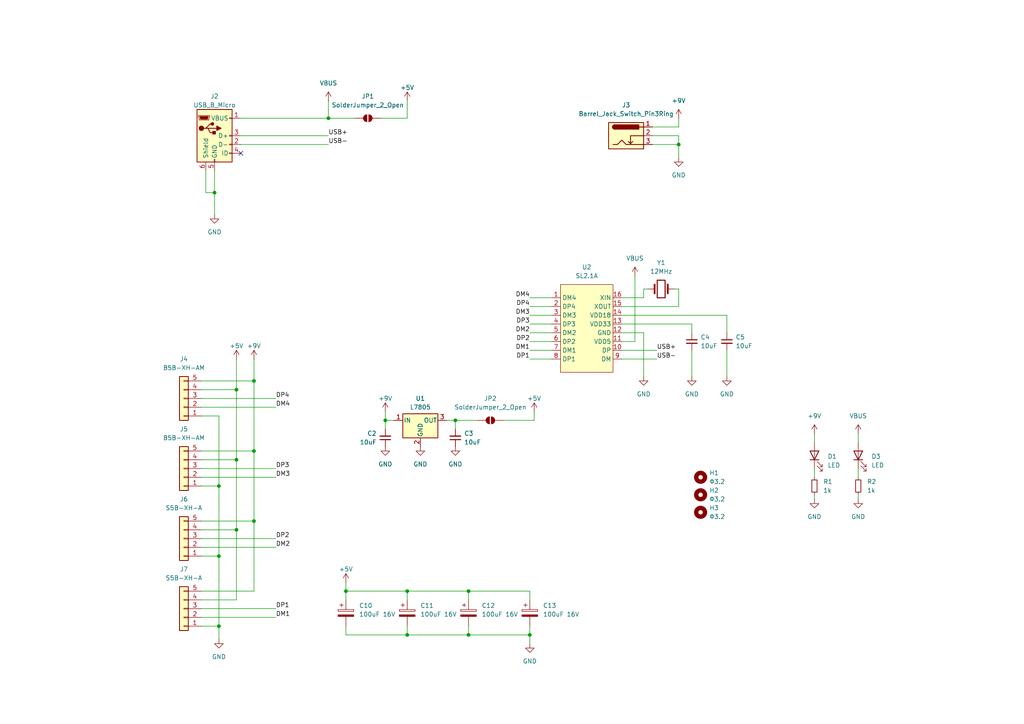
<source format=kicad_sch>
(kicad_sch (version 20231120) (generator "eeschema") (generator_version "8.0")
  (paper "A4")
  (lib_symbols
    (symbol "Arduino_Motor_Driver:SL2.1A"
      (property "Reference" "U" (at 0 -3.81 0))
      (symbol "SL2.1A_1_1"
        (rectangle (start -7.62 12.7) (end 7.62 -12.7) (fill (type background)))
        (pin input line (at -10.16 8.89 0) (length 2.54) (name "DM4") (number "1"))
        (pin input line (at 10.16 -6.35 180) (length 2.54) (name "DP") (number "10"))
        (pin input line (at 10.16 -3.81 180) (length 2.54) (name "VDD5") (number "11"))
        (pin input line (at 10.16 -1.27 180) (length 2.54) (name "GND") (number "12"))
        (pin input line (at 10.16 1.27 180) (length 2.54) (name "VDD33") (number "13"))
        (pin input line (at 10.16 3.81 180) (length 2.54) (name "VDD18") (number "14"))
        (pin input line (at 10.16 6.35 180) (length 2.54) (name "XOUT") (number "15"))
        (pin input line (at 10.16 8.89 180) (length 2.54) (name "XIN") (number "16"))
        (pin input line (at -10.16 6.35 0) (length 2.54) (name "DP4") (number "2"))
        (pin input line (at -10.16 3.81 0) (length 2.54) (name "DM3") (number "3"))
        (pin input line (at -10.16 1.27 0) (length 2.54) (name "DP3") (number "4"))
        (pin input line (at -10.16 -1.27 0) (length 2.54) (name "DM2") (number "5"))
        (pin input line (at -10.16 -3.81 0) (length 2.54) (name "DP2") (number "6"))
        (pin input line (at -10.16 -6.35 0) (length 2.54) (name "DM1") (number "7"))
        (pin input line (at -10.16 -8.89 0) (length 2.54) (name "DP1") (number "8"))
        (pin input line (at 10.16 -8.89 180) (length 2.54) (name "DM") (number "9"))
      )
    )
    (symbol "Connector:Barrel_Jack_Switch_Pin3Ring" (pin_names hide)
      (property "Reference" "J" (at 0 5.334 0))
      (property "Value" "Barrel_Jack_Switch_Pin3Ring" (at 0 -5.08 0))
      (symbol "Barrel_Jack_Switch_Pin3Ring_0_1"
        (rectangle (start -5.08 3.81) (end 5.08 -3.81) (stroke (width 0.254)) (fill (type background)))
        (arc (start -3.302 3.175) (mid -3.9343 2.54) (end -3.302 1.905) (stroke (width 0.254)))
        (arc (start -3.302 3.175) (mid -3.9343 2.54) (end -3.302 1.905) (stroke (width 0.254)) (fill (type outline)))
        (polyline (pts (xy 1.27 -2.286) (xy 1.905 -1.651)) (stroke (width 0.254)))
        (polyline (pts (xy 5.08 2.54) (xy 3.81 2.54)) (stroke (width 0.254)))
        (polyline (pts (xy 5.08 0) (xy 1.27 0) (xy 1.27 -2.286) (xy 0.635 -1.651)) (stroke (width 0.254)))
        (polyline (pts (xy -3.81 -2.54) (xy -2.54 -2.54) (xy -1.27 -1.27) (xy 0 -2.54) (xy 2.54 -2.54) (xy 5.08 -2.54)) (stroke (width 0.254)))
        (rectangle (start 3.683 3.175) (end -3.302 1.905) (stroke (width 0.254)) (fill (type outline)))
      )
      (symbol "Barrel_Jack_Switch_Pin3Ring_1_1"
        (pin passive line (at 7.62 2.54 180) (length 2.54) (name "~") (number "1"))
        (pin passive line (at 7.62 0 180) (length 2.54) (name "~") (number "2"))
        (pin passive line (at 7.62 -2.54 180) (length 2.54) (name "~") (number "3"))
      )
    )
    (symbol "Connector:USB_B_Micro" (pin_names (offset 1.016))
      (property "Reference" "J" (at -5.08 11.43 0))
      (property "Value" "USB_B_Micro" (at -5.08 8.89 0))
      (symbol "USB_B_Micro_0_1"
        (rectangle (start -5.08 -7.62) (end 5.08 7.62) (stroke (width 0.254)) (fill (type background)))
        (circle (center -3.81 2.159) (radius 0.635) (stroke (width 0.254)) (fill (type outline)))
        (circle (center -0.635 3.429) (radius 0.381) (stroke (width 0.254)) (fill (type outline)))
        (rectangle (start -0.127 -7.62) (end 0.127 -6.858))
        (polyline (pts (xy -1.905 2.159) (xy 0.635 2.159)) (stroke (width 0.254)))
        (polyline (pts (xy -3.175 2.159) (xy -2.54 2.159) (xy -1.27 3.429) (xy -0.635 3.429)) (stroke (width 0.254)))
        (polyline (pts (xy -2.54 2.159) (xy -1.905 2.159) (xy -1.27 0.889) (xy 0 0.889)) (stroke (width 0.254)))
        (polyline (pts (xy 0.635 2.794) (xy 0.635 1.524) (xy 1.905 2.159) (xy 0.635 2.794)) (stroke (width 0.254)) (fill (type outline)))
        (polyline (pts (xy -4.318 5.588) (xy -1.778 5.588) (xy -2.032 4.826) (xy -4.064 4.826) (xy -4.318 5.588)) (fill (type outline)))
        (polyline (pts (xy -4.699 5.842) (xy -4.699 5.588) (xy -4.445 4.826) (xy -4.445 4.572) (xy -1.651 4.572) (xy -1.651 4.826) (xy -1.397 5.588) (xy -1.397 5.842) (xy -4.699 5.842)))
        (rectangle (start 0.254 1.27) (end -0.508 0.508) (stroke (width 0.254)) (fill (type outline)))
        (rectangle (start 5.08 -5.207) (end 4.318 -4.953))
        (rectangle (start 5.08 -2.667) (end 4.318 -2.413))
        (rectangle (start 5.08 -0.127) (end 4.318 0.127))
        (rectangle (start 5.08 4.953) (end 4.318 5.207))
      )
      (symbol "USB_B_Micro_1_1"
        (pin power_out line (at 7.62 5.08 180) (length 2.54) (name "VBUS") (number "1"))
        (pin bidirectional line (at 7.62 -2.54 180) (length 2.54) (name "D-") (number "2"))
        (pin bidirectional line (at 7.62 0 180) (length 2.54) (name "D+") (number "3"))
        (pin passive line (at 7.62 -5.08 180) (length 2.54) (name "ID") (number "4"))
        (pin power_out line (at 0 -10.16 90) (length 2.54) (name "GND") (number "5"))
        (pin passive line (at -2.54 -10.16 90) (length 2.54) (name "Shield") (number "6"))
      )
    )
    (symbol "Connector_Generic:Conn_01x05" (pin_names (offset 1.016) hide)
      (property "Reference" "J" (at 0 7.62 0))
      (property "Value" "Conn_01x05" (at 0 -7.62 0))
      (symbol "Conn_01x05_1_1"
        (rectangle (start -1.27 -4.953) (end 0 -5.207) (stroke (width 0.1524)))
        (rectangle (start -1.27 -2.413) (end 0 -2.667) (stroke (width 0.1524)))
        (rectangle (start -1.27 0.127) (end 0 -0.127) (stroke (width 0.1524)))
        (rectangle (start -1.27 2.667) (end 0 2.413) (stroke (width 0.1524)))
        (rectangle (start -1.27 5.207) (end 0 4.953) (stroke (width 0.1524)))
        (rectangle (start -1.27 6.35) (end 1.27 -6.35) (stroke (width 0.254)) (fill (type background)))
        (pin passive line (at -5.08 5.08 0) (length 3.81) (name "Pin_1") (number "1"))
        (pin passive line (at -5.08 2.54 0) (length 3.81) (name "Pin_2") (number "2"))
        (pin passive line (at -5.08 0 0) (length 3.81) (name "Pin_3") (number "3"))
        (pin passive line (at -5.08 -2.54 0) (length 3.81) (name "Pin_4") (number "4"))
        (pin passive line (at -5.08 -5.08 0) (length 3.81) (name "Pin_5") (number "5"))
      )
    )
    (symbol "Device:C_Polarized" (pin_numbers hide) (pin_names (offset 0.254))
      (property "Reference" "C" (at 0.635 2.54 0))
      (property "Value" "C_Polarized" (at 0.635 -2.54 0))
      (symbol "C_Polarized_0_1"
        (rectangle (start -2.286 0.508) (end 2.286 1.016))
        (polyline (pts (xy -1.778 2.286) (xy -0.762 2.286)))
        (polyline (pts (xy -1.27 2.794) (xy -1.27 1.778)))
        (rectangle (start 2.286 -0.508) (end -2.286 -1.016) (fill (type outline)))
      )
      (symbol "C_Polarized_1_1"
        (pin passive line (at 0 3.81 270) (length 2.794) (name "~") (number "1"))
        (pin passive line (at 0 -3.81 90) (length 2.794) (name "~") (number "2"))
      )
    )
    (symbol "Device:C_Small" (pin_numbers hide) (pin_names (offset 0.254) hide)
      (property "Reference" "C" (at 0.254 1.778 0))
      (property "Value" "C_Small" (at 0.254 -2.032 0))
      (symbol "C_Small_0_1"
        (polyline (pts (xy -1.524 -0.508) (xy 1.524 -0.508)) (stroke (width 0.3302)))
        (polyline (pts (xy -1.524 0.508) (xy 1.524 0.508)) (stroke (width 0.3048)))
      )
      (symbol "C_Small_1_1"
        (pin passive line (at 0 2.54 270) (length 2.032) (name "~") (number "1"))
        (pin passive line (at 0 -2.54 90) (length 2.032) (name "~") (number "2"))
      )
    )
    (symbol "Device:Crystal" (pin_numbers hide) (pin_names (offset 1.016) hide)
      (property "Reference" "Y" (at 0 3.81 0))
      (property "Value" "Crystal" (at 0 -3.81 0))
      (symbol "Crystal_0_1"
        (rectangle (start -1.143 2.54) (end 1.143 -2.54) (stroke (width 0.3048)))
        (polyline (pts (xy -2.54 0) (xy -1.905 0)))
        (polyline (pts (xy -1.905 -1.27) (xy -1.905 1.27)) (stroke (width 0.508)))
        (polyline (pts (xy 1.905 -1.27) (xy 1.905 1.27)) (stroke (width 0.508)))
        (polyline (pts (xy 2.54 0) (xy 1.905 0)))
      )
      (symbol "Crystal_1_1"
        (pin passive line (at -3.81 0 0) (length 1.27) (name "1") (number "1"))
        (pin passive line (at 3.81 0 180) (length 1.27) (name "2") (number "2"))
      )
    )
    (symbol "Device:LED" (pin_numbers hide) (pin_names (offset 1.016) hide)
      (property "Reference" "D" (at 0 2.54 0))
      (property "Value" "LED" (at 0 -2.54 0))
      (symbol "LED_0_1"
        (polyline (pts (xy -1.27 -1.27) (xy -1.27 1.27)) (stroke (width 0.254)))
        (polyline (pts (xy -1.27 0) (xy 1.27 0)))
        (polyline (pts (xy 1.27 -1.27) (xy 1.27 1.27) (xy -1.27 0) (xy 1.27 -1.27)) (stroke (width 0.254)))
        (polyline (pts (xy -3.048 -0.762) (xy -4.572 -2.286) (xy -3.81 -2.286) (xy -4.572 -2.286) (xy -4.572 -1.524)))
        (polyline (pts (xy -1.778 -0.762) (xy -3.302 -2.286) (xy -2.54 -2.286) (xy -3.302 -2.286) (xy -3.302 -1.524)))
      )
      (symbol "LED_1_1"
        (pin passive line (at -3.81 0 0) (length 2.54) (name "K") (number "1"))
        (pin passive line (at 3.81 0 180) (length 2.54) (name "A") (number "2"))
      )
    )
    (symbol "Device:R_Small" (pin_numbers hide) (pin_names (offset 0.254) hide)
      (property "Reference" "R" (at 0.762 0.508 0))
      (property "Value" "R_Small" (at 0.762 -1.016 0))
      (symbol "R_Small_0_1"
        (rectangle (start -0.762 1.778) (end 0.762 -1.778) (stroke (width 0.2032)))
      )
      (symbol "R_Small_1_1"
        (pin passive line (at 0 2.54 270) (length 0.762) (name "~") (number "1"))
        (pin passive line (at 0 -2.54 90) (length 0.762) (name "~") (number "2"))
      )
    )
    (symbol "Jumper:SolderJumper_2_Open" (pin_numbers hide) (pin_names (offset 0) hide) (exclude_from_sim yes) (in_bom no)
      (property "Reference" "JP" (at 0 2.032 0))
      (property "Value" "SolderJumper_2_Open" (at 0 -2.54 0))
      (symbol "SolderJumper_2_Open_0_1"
        (arc (start -0.254 1.016) (mid -1.2656 0) (end -0.254 -1.016))
        (arc (start -0.254 1.016) (mid -1.2656 0) (end -0.254 -1.016) (fill (type outline)))
        (polyline (pts (xy -0.254 1.016) (xy -0.254 -1.016)))
        (polyline (pts (xy 0.254 1.016) (xy 0.254 -1.016)))
        (arc (start 0.254 -1.016) (mid 1.2656 0) (end 0.254 1.016))
        (arc (start 0.254 -1.016) (mid 1.2656 0) (end 0.254 1.016) (fill (type outline)))
      )
      (symbol "SolderJumper_2_Open_1_1"
        (pin passive line (at -3.81 0 0) (length 2.54) (name "A") (number "1"))
        (pin passive line (at 3.81 0 180) (length 2.54) (name "B") (number "2"))
      )
    )
    (symbol "Mechanical:MountingHole" (pin_names (offset 1.016)) (exclude_from_sim yes) (in_bom no)
      (property "Reference" "H" (at 0 5.08 0))
      (property "Value" "MountingHole" (at 0 3.175 0))
      (symbol "MountingHole_0_1"
        (circle (center 0 0) (radius 1.27) (stroke (width 1.27)))
      )
    )
    (symbol "Regulator_Linear:L7805" (pin_names (offset 0.254))
      (property "Reference" "U" (at -3.81 3.175 0))
      (property "Value" "L7805" (at 0 3.175 0))
      (symbol "L7805_0_1"
        (rectangle (start -5.08 1.905) (end 5.08 -5.08) (stroke (width 0.254)) (fill (type background)))
      )
      (symbol "L7805_1_1"
        (pin power_in line (at -7.62 0 0) (length 2.54) (name "IN") (number "1"))
        (pin power_in line (at 0 -7.62 90) (length 2.54) (name "GND") (number "2"))
        (pin power_out line (at 7.62 0 180) (length 2.54) (name "OUT") (number "3"))
      )
    )
    (symbol "power:+5V" (power) (pin_names (offset 0))
      (property "Value" "+5V" (at 0 3.556 0))
      (symbol "+5V_0_1"
        (polyline (pts (xy -0.762 1.27) (xy 0 2.54)))
        (polyline (pts (xy 0 0) (xy 0 2.54)))
        (polyline (pts (xy 0 2.54) (xy 0.762 1.27)))
      )
      (symbol "+5V_1_1"
        (pin power_in line (at 0 0 90) (length 0) hide (name "+5V") (number "1"))
      )
    )
    (symbol "power:+9V" (power) (pin_numbers hide) (pin_names (offset 0) hide)
      (property "Value" "+9V" (at 0 3.556 0))
      (symbol "+9V_0_1"
        (polyline (pts (xy -0.762 1.27) (xy 0 2.54)))
        (polyline (pts (xy 0 0) (xy 0 2.54)))
        (polyline (pts (xy 0 2.54) (xy 0.762 1.27)))
      )
      (symbol "+9V_1_1"
        (pin power_in line (at 0 0 90) (length 0) (name "~") (number "1"))
      )
    )
    (symbol "power:GND" (power) (pin_names (offset 0))
      (property "Value" "GND" (at 0 -3.81 0))
      (symbol "GND_0_1"
        (polyline (pts (xy 0 0) (xy 0 -1.27) (xy 1.27 -1.27) (xy 0 -2.54) (xy -1.27 -1.27) (xy 0 -1.27)))
      )
      (symbol "GND_1_1"
        (pin power_in line (at 0 0 270) (length 0) hide (name "GND") (number "1"))
      )
    )
    (symbol "power:VBUS" (power) (pin_numbers hide) (pin_names (offset 0) hide)
      (property "Value" "VBUS" (at 0 3.556 0))
      (symbol "VBUS_0_1"
        (polyline (pts (xy -0.762 1.27) (xy 0 2.54)))
        (polyline (pts (xy 0 0) (xy 0 2.54)))
        (polyline (pts (xy 0 2.54) (xy 0.762 1.27)))
      )
      (symbol "VBUS_1_1"
        (pin power_in line (at 0 0 90) (length 0) (name "~") (number "1"))
      )
    )
  )
  (junction (at 100.33 171.45))
  (junction (at 63.5 181.61))
  (junction (at 132.08 121.92))
  (junction (at 68.58 153.67))
  (junction (at 118.11 184.15))
  (junction (at 95.25 34.29))
  (junction (at 62.23 55.88))
  (junction (at 118.11 171.45))
  (junction (at 153.67 184.15))
  (junction (at 73.66 130.81))
  (junction (at 63.5 140.97))
  (junction (at 68.58 113.03))
  (junction (at 63.5 161.29))
  (junction (at 73.66 151.13))
  (junction (at 135.89 184.15))
  (junction (at 196.85 41.91))
  (junction (at 68.58 133.35))
  (junction (at 73.66 110.49))
  (junction (at 111.76 121.92))
  (junction (at 135.89 171.45))
  (no_connect (at 69.85 44.45))
  (wire (pts (xy 58.42 153.67) (xy 68.58 153.67)))
  (wire (pts (xy 73.66 130.81) (xy 73.66 110.49)))
  (wire (pts (xy 63.5 181.61) (xy 63.5 161.29)))
  (wire (pts (xy 153.67 88.9) (xy 160.02 88.9)))
  (wire (pts (xy 59.69 49.53) (xy 59.69 55.88)))
  (wire (pts (xy 248.92 143.51) (xy 248.92 144.78)))
  (wire (pts (xy 68.58 113.03) (xy 68.58 133.35)))
  (wire (pts (xy 153.67 184.15) (xy 153.67 186.69)))
  (wire (pts (xy 153.67 171.45) (xy 153.67 173.99)))
  (wire (pts (xy 58.42 115.57) (xy 80.01 115.57)))
  (wire (pts (xy 73.66 110.49) (xy 58.42 110.49)))
  (wire (pts (xy 58.42 156.21) (xy 80.01 156.21)))
  (wire (pts (xy 58.42 176.53) (xy 80.01 176.53)))
  (wire (pts (xy 118.11 34.29) (xy 110.49 34.29)))
  (wire (pts (xy 180.34 101.6) (xy 190.5 101.6)))
  (wire (pts (xy 73.66 171.45) (xy 73.66 151.13)))
  (wire (pts (xy 132.08 121.92) (xy 138.43 121.92)))
  (wire (pts (xy 196.85 39.37) (xy 196.85 41.91)))
  (wire (pts (xy 58.42 151.13) (xy 73.66 151.13)))
  (wire (pts (xy 210.82 101.6) (xy 210.82 109.22)))
  (wire (pts (xy 63.5 181.61) (xy 63.5 185.42)))
  (wire (pts (xy 58.42 135.89) (xy 80.01 135.89)))
  (wire (pts (xy 118.11 184.15) (xy 135.89 184.15)))
  (wire (pts (xy 196.85 41.91) (xy 196.85 45.72)))
  (wire (pts (xy 58.42 130.81) (xy 73.66 130.81)))
  (wire (pts (xy 132.08 121.92) (xy 132.08 124.46)))
  (wire (pts (xy 58.42 140.97) (xy 63.5 140.97)))
  (wire (pts (xy 180.34 86.36) (xy 186.69 86.36)))
  (wire (pts (xy 135.89 184.15) (xy 153.67 184.15)))
  (wire (pts (xy 129.54 121.92) (xy 132.08 121.92)))
  (wire (pts (xy 58.42 158.75) (xy 80.01 158.75)))
  (wire (pts (xy 58.42 171.45) (xy 73.66 171.45)))
  (wire (pts (xy 180.34 93.98) (xy 200.66 93.98)))
  (wire (pts (xy 68.58 153.67) (xy 68.58 173.99)))
  (wire (pts (xy 153.67 99.06) (xy 160.02 99.06)))
  (wire (pts (xy 58.42 179.07) (xy 80.01 179.07)))
  (wire (pts (xy 69.85 41.91) (xy 95.25 41.91)))
  (wire (pts (xy 210.82 91.44) (xy 210.82 96.52)))
  (wire (pts (xy 186.69 83.82) (xy 187.96 83.82)))
  (wire (pts (xy 68.58 173.99) (xy 58.42 173.99)))
  (wire (pts (xy 184.15 99.06) (xy 180.34 99.06)))
  (wire (pts (xy 195.58 83.82) (xy 196.85 83.82)))
  (wire (pts (xy 189.23 36.83) (xy 196.85 36.83)))
  (wire (pts (xy 63.5 161.29) (xy 63.5 140.97)))
  (wire (pts (xy 153.67 101.6) (xy 160.02 101.6)))
  (wire (pts (xy 118.11 181.61) (xy 118.11 184.15)))
  (wire (pts (xy 248.92 125.73) (xy 248.92 128.27)))
  (wire (pts (xy 118.11 171.45) (xy 118.11 173.99)))
  (wire (pts (xy 69.85 39.37) (xy 95.25 39.37)))
  (wire (pts (xy 111.76 119.38) (xy 111.76 121.92)))
  (wire (pts (xy 248.92 135.89) (xy 248.92 138.43)))
  (wire (pts (xy 58.42 118.11) (xy 80.01 118.11)))
  (wire (pts (xy 62.23 55.88) (xy 62.23 62.23)))
  (wire (pts (xy 153.67 104.14) (xy 160.02 104.14)))
  (wire (pts (xy 100.33 171.45) (xy 118.11 171.45)))
  (wire (pts (xy 68.58 133.35) (xy 68.58 153.67)))
  (wire (pts (xy 58.42 181.61) (xy 63.5 181.61)))
  (wire (pts (xy 184.15 80.01) (xy 184.15 99.06)))
  (wire (pts (xy 135.89 171.45) (xy 153.67 171.45)))
  (wire (pts (xy 58.42 161.29) (xy 63.5 161.29)))
  (wire (pts (xy 146.05 121.92) (xy 154.94 121.92)))
  (wire (pts (xy 186.69 86.36) (xy 186.69 83.82)))
  (wire (pts (xy 153.67 184.15) (xy 153.67 181.61)))
  (wire (pts (xy 59.69 55.88) (xy 62.23 55.88)))
  (wire (pts (xy 58.42 138.43) (xy 80.01 138.43)))
  (wire (pts (xy 111.76 124.46) (xy 111.76 121.92)))
  (wire (pts (xy 63.5 120.65) (xy 58.42 120.65)))
  (wire (pts (xy 196.85 41.91) (xy 189.23 41.91)))
  (wire (pts (xy 100.33 168.91) (xy 100.33 171.45)))
  (wire (pts (xy 62.23 49.53) (xy 62.23 55.88)))
  (wire (pts (xy 135.89 181.61) (xy 135.89 184.15)))
  (wire (pts (xy 200.66 101.6) (xy 200.66 109.22)))
  (wire (pts (xy 118.11 171.45) (xy 135.89 171.45)))
  (wire (pts (xy 236.22 125.73) (xy 236.22 128.27)))
  (wire (pts (xy 153.67 93.98) (xy 160.02 93.98)))
  (wire (pts (xy 58.42 133.35) (xy 68.58 133.35)))
  (wire (pts (xy 153.67 91.44) (xy 160.02 91.44)))
  (wire (pts (xy 58.42 113.03) (xy 68.58 113.03)))
  (wire (pts (xy 196.85 34.29) (xy 196.85 36.83)))
  (wire (pts (xy 95.25 34.29) (xy 95.25 29.21)))
  (wire (pts (xy 111.76 121.92) (xy 114.3 121.92)))
  (wire (pts (xy 180.34 96.52) (xy 186.69 96.52)))
  (wire (pts (xy 95.25 34.29) (xy 102.87 34.29)))
  (wire (pts (xy 69.85 34.29) (xy 95.25 34.29)))
  (wire (pts (xy 153.67 96.52) (xy 160.02 96.52)))
  (wire (pts (xy 100.33 184.15) (xy 118.11 184.15)))
  (wire (pts (xy 196.85 88.9) (xy 180.34 88.9)))
  (wire (pts (xy 135.89 171.45) (xy 135.89 173.99)))
  (wire (pts (xy 100.33 173.99) (xy 100.33 171.45)))
  (wire (pts (xy 180.34 91.44) (xy 210.82 91.44)))
  (wire (pts (xy 236.22 143.51) (xy 236.22 144.78)))
  (wire (pts (xy 200.66 93.98) (xy 200.66 96.52)))
  (wire (pts (xy 118.11 29.21) (xy 118.11 34.29)))
  (wire (pts (xy 154.94 121.92) (xy 154.94 119.38)))
  (wire (pts (xy 189.23 39.37) (xy 196.85 39.37)))
  (wire (pts (xy 100.33 181.61) (xy 100.33 184.15)))
  (wire (pts (xy 180.34 104.14) (xy 190.5 104.14)))
  (wire (pts (xy 196.85 83.82) (xy 196.85 88.9)))
  (wire (pts (xy 236.22 135.89) (xy 236.22 138.43)))
  (wire (pts (xy 68.58 104.14) (xy 68.58 113.03)))
  (wire (pts (xy 186.69 96.52) (xy 186.69 109.22)))
  (wire (pts (xy 73.66 104.14) (xy 73.66 110.49)))
  (wire (pts (xy 153.67 86.36) (xy 160.02 86.36)))
  (wire (pts (xy 63.5 140.97) (xy 63.5 120.65)))
  (wire (pts (xy 73.66 151.13) (xy 73.66 130.81)))
  (label "DM4" (at 80.01 118.11 0))
  (label "USB-" (at 95.25 41.91 0))
  (label "DP4" (at 153.67 88.9 180))
  (label "DP2" (at 80.01 156.21 0))
  (label "DM3" (at 153.67 91.44 180))
  (label "DP4" (at 80.01 115.57 0))
  (label "USB-" (at 190.5 104.14 0))
  (label "DM2" (at 80.01 158.75 0))
  (label "DM1" (at 80.01 179.07 0))
  (label "DM4" (at 153.67 86.36 180))
  (label "DP3" (at 80.01 135.89 0))
  (label "DM1" (at 153.67 101.6 180))
  (label "DM3" (at 80.01 138.43 0))
  (label "USB+" (at 95.25 39.37 0))
  (label "DM2" (at 153.67 96.52 180))
  (label "DP1" (at 80.01 176.53 0))
  (label "USB+" (at 190.5 101.6 0))
  (label "DP3" (at 153.67 93.98 180))
  (label "DP1" (at 153.67 104.14 180))
  (label "DP2" (at 153.67 99.06 180))
  (symbol (lib_id "Device:Crystal") (at 191.77 83.82 0) (unit 1)
    (property "Reference" "Y1" (at 191.77 76.2 0))
    (property "Value" "12MHz" (at 191.77 78.74 0))
    (property "Footprint" "Crystal:Crystal_HC49-4H_Vertical" (effects (hide yes)))
    (property "Description" "Two pin crystal" (effects (hide yes)))
  )
  (symbol (lib_id "Device:C_Small") (at 111.76 127 0) (mirror x) (unit 1)
    (property "Reference" "C2" (at 109.22 125.7235 0) (effects (justify right)))
    (property "Value" "10uF" (at 109.22 128.2635 0) (effects (justify right)))
    (property "Footprint" "Capacitor_SMD:C_0805_2012Metric" (effects (hide yes)))
    (property "Description" "Unpolarized capacitor, small symbol" (effects (hide yes)))
  )
  (symbol (lib_id "power:GND") (at 200.66 109.22 0) (unit 1)
    (property "Reference" "#PWR017" (effects (hide yes)))
    (property "Value" "GND" (at 200.66 114.3 0))
  )
  (symbol (lib_id "Device:C_Small") (at 210.82 99.06 0) (unit 1)
    (property "Reference" "C5" (at 213.36 97.7962 0) (effects (justify left)))
    (property "Value" "10uF" (at 213.36 100.3362 0) (effects (justify left)))
    (property "Footprint" "Capacitor_SMD:C_0805_2012Metric" (effects (hide yes)))
    (property "Description" "Unpolarized capacitor, small symbol" (effects (hide yes)))
  )
  (symbol (lib_id "Connector_Generic:Conn_01x05") (at 53.34 135.89 180) (unit 1)
    (property "Reference" "J5" (at 53.34 124.46 0))
    (property "Value" "B5B-XH-AM" (at 53.34 127 0))
    (property "Footprint" "Connector_JST:JST_XH_B5B-XH-AM_1x05_P2.50mm_Vertical" (effects (hide yes)))
    (property "Description" "Generic connector, single row, 01x05, script generated (kicad-library-utils/schlib/autogen/connector/)" (effects (hide yes)))
  )
  (symbol (lib_id "Regulator_Linear:L7805") (at 121.92 121.92 0) (unit 1)
    (property "Reference" "U1" (at 121.92 115.57 0))
    (property "Value" "L7805" (at 121.92 118.11 0))
    (property "Footprint" "Package_TO_SOT_SMD:TO-252-2" (effects (hide yes)))
    (property "Datasheet" "http://www.st.com/content/ccc/resource/technical/document/datasheet/41/4f/b3/b0/12/d4/47/88/CD00000444.pdf/files/CD00000444.pdf/jcr:content/translations/en.CD00000444.pdf" (effects (hide yes)))
    (property "Description" "Positive 1.5A 35V Linear Regulator, Fixed Output 5V, TO-220/TO-263/TO-252" (effects (hide yes)))
  )
  (symbol (lib_id "Device:C_Small") (at 200.66 99.06 0) (unit 1)
    (property "Reference" "C4" (at 203.2 97.7962 0) (effects (justify left)))
    (property "Value" "10uF" (at 203.2 100.3362 0) (effects (justify left)))
    (property "Footprint" "Capacitor_SMD:C_0805_2012Metric" (effects (hide yes)))
    (property "Description" "Unpolarized capacitor, small symbol" (effects (hide yes)))
  )
  (symbol (lib_id "power:+9V") (at 196.85 34.29 0) (unit 1)
    (property "Reference" "#PWR04" (effects (hide yes)))
    (property "Value" "+9V" (at 196.85 29.21 0))
    (property "Description" "Power symbol creates a global label with name \"+9V\"" (effects (hide yes)))
  )
  (symbol (lib_id "power:GND") (at 196.85 45.72 0) (unit 1)
    (property "Reference" "#PWR05" (effects (hide yes)))
    (property "Value" "GND" (at 196.85 50.8 0))
  )
  (symbol (lib_id "Connector_Generic:Conn_01x05") (at 53.34 156.21 180) (unit 1)
    (property "Reference" "J6" (at 53.34 144.78 0))
    (property "Value" "S5B-XH-A" (at 53.34 147.32 0))
    (property "Footprint" "Connector_JST:JST_XH_S5B-XH-A_1x05_P2.50mm_Horizontal" (effects (hide yes)))
    (property "Description" "Generic connector, single row, 01x05, script generated (kicad-library-utils/schlib/autogen/connector/)" (effects (hide yes)))
  )
  (symbol (lib_id "Device:LED") (at 248.92 132.08 90) (unit 1)
    (property "Reference" "D3" (at 252.73 132.3974 90) (effects (justify right)))
    (property "Value" "LED" (at 252.73 134.9374 90) (effects (justify right)))
    (property "Footprint" "LED_SMD:LED_0603_1608Metric" (effects (hide yes)))
    (property "Description" "Light emitting diode" (effects (hide yes)))
  )
  (symbol (lib_id "power:GND") (at 111.76 129.54 0) (unit 1)
    (property "Reference" "#PWR02" (effects (hide yes)))
    (property "Value" "GND" (at 111.76 134.62 0))
  )
  (symbol (lib_id "Connector_Generic:Conn_01x05") (at 53.34 115.57 180) (unit 1)
    (property "Reference" "J4" (at 53.34 104.14 0))
    (property "Value" "B5B-XH-AM" (at 53.34 106.68 0))
    (property "Footprint" "Connector_JST:JST_XH_B5B-XH-AM_1x05_P2.50mm_Vertical" (effects (hide yes)))
    (property "Description" "Generic connector, single row, 01x05, script generated (kicad-library-utils/schlib/autogen/connector/)" (effects (hide yes)))
  )
  (symbol (lib_id "Device:C_Polarized") (at 118.11 177.8 0) (unit 1)
    (property "Reference" "C11" (at 121.92 175.6409 0) (effects (justify left)))
    (property "Value" "100uF 16V" (at 121.92 178.1809 0) (effects (justify left)))
    (property "Footprint" "Capacitor_SMD:CP_Elec_6.3x5.4" (effects (hide yes)))
    (property "Description" "Polarized capacitor" (effects (hide yes)))
  )
  (symbol (lib_id "power:GND") (at 62.23 62.23 0) (unit 1)
    (property "Reference" "#PWR011" (effects (hide yes)))
    (property "Value" "GND" (at 62.23 67.31 0))
  )
  (symbol (lib_id "Connector:USB_B_Micro") (at 62.23 39.37 0) (unit 1)
    (property "Reference" "J2" (at 62.23 27.94 0))
    (property "Value" "USB_B_Micro" (at 62.23 30.48 0))
    (property "Footprint" "Connector_USB:USB_Micro-B_Molex-105017-0001" (effects (hide yes)))
  )
  (symbol (lib_id "Mechanical:MountingHole") (at 203.2 148.59 0) (unit 1) (exclude_from_sim yes) (in_bom no)
    (property "Reference" "H3" (at 205.74 147.3199 0) (effects (justify left)))
    (property "Value" "Φ3.2" (at 205.74 149.8599 0) (effects (justify left)))
    (property "Footprint" "MountingHole:MountingHole_3.2mm_M3" (effects (hide yes)))
    (property "Description" "Mounting Hole without connection" (effects (hide yes)))
  )
  (symbol (lib_id "Jumper:SolderJumper_2_Open") (at 142.24 121.92 0) (mirror y) (unit 1) (exclude_from_sim yes) (in_bom no)
    (property "Reference" "JP2" (at 142.24 115.57 0))
    (property "Value" "SolderJumper_2_Open" (at 142.24 118.11 0))
    (property "Footprint" "Jumper:SolderJumper-2_P1.3mm_Open_Pad1.0x1.5mm" (effects (hide yes)))
    (property "Description" "Solder Jumper, 2-pole, open" (effects (hide yes)))
  )
  (symbol (lib_id "Device:R_Small") (at 236.22 140.97 0) (unit 1)
    (property "Reference" "R1" (at 238.76 139.6999 0) (effects (justify left)))
    (property "Value" "1k" (at 238.76 142.2399 0) (effects (justify left)))
    (property "Footprint" "Resistor_SMD:R_0603_1608Metric" (effects (hide yes)))
    (property "Description" "Resistor, small symbol" (effects (hide yes)))
  )
  (symbol (lib_id "power:+5V") (at 68.58 104.14 0) (unit 1)
    (property "Reference" "#PWR014" (effects (hide yes)))
    (property "Value" "+5V" (at 68.58 100.33 0))
  )
  (symbol (lib_id "power:GND") (at 210.82 109.22 0) (unit 1)
    (property "Reference" "#PWR018" (effects (hide yes)))
    (property "Value" "GND" (at 210.82 114.3 0))
  )
  (symbol (lib_id "Device:C_Small") (at 132.08 127 180) (unit 1)
    (property "Reference" "C3" (at 134.62 125.7235 0) (effects (justify right)))
    (property "Value" "10uF" (at 134.62 128.2635 0) (effects (justify right)))
    (property "Footprint" "Capacitor_SMD:C_0805_2012Metric" (effects (hide yes)))
    (property "Description" "Unpolarized capacitor, small symbol" (effects (hide yes)))
  )
  (symbol (lib_id "Jumper:SolderJumper_2_Open") (at 106.68 34.29 0) (mirror y) (unit 1) (exclude_from_sim yes) (in_bom no)
    (property "Reference" "JP1" (at 106.68 27.94 0))
    (property "Value" "SolderJumper_2_Open" (at 106.68 30.48 0))
    (property "Footprint" "Jumper:SolderJumper-2_P1.3mm_Open_Pad1.0x1.5mm" (effects (hide yes)))
    (property "Description" "Solder Jumper, 2-pole, open" (effects (hide yes)))
  )
  (symbol (lib_id "power:VBUS") (at 95.25 29.21 0) (unit 1)
    (property "Reference" "#PWR01" (effects (hide yes)))
    (property "Value" "VBUS" (at 95.25 24.13 0))
    (property "Description" "Power symbol creates a global label with name \"VBUS\"" (effects (hide yes)))
  )
  (symbol (lib_id "power:GND") (at 153.67 186.69 0) (unit 1)
    (property "Reference" "#PWR023" (effects (hide yes)))
    (property "Value" "GND" (at 153.67 191.77 0))
  )
  (symbol (lib_id "Device:C_Polarized") (at 100.33 177.8 0) (unit 1)
    (property "Reference" "C10" (at 104.14 175.6409 0) (effects (justify left)))
    (property "Value" "100uF 16V" (at 104.14 178.1809 0) (effects (justify left)))
    (property "Footprint" "Capacitor_SMD:CP_Elec_6.3x5.4" (effects (hide yes)))
    (property "Description" "Polarized capacitor" (effects (hide yes)))
  )
  (symbol (lib_id "power:+5V") (at 100.33 168.91 0) (unit 1)
    (property "Reference" "#PWR021" (effects (hide yes)))
    (property "Value" "+5V" (at 100.33 165.1 0))
  )
  (symbol (lib_id "Mechanical:MountingHole") (at 203.2 143.51 0) (unit 1) (exclude_from_sim yes) (in_bom no)
    (property "Reference" "H2" (at 205.74 142.2399 0) (effects (justify left)))
    (property "Value" "Φ3.2" (at 205.74 144.7799 0) (effects (justify left)))
    (property "Footprint" "MountingHole:MountingHole_3.2mm_M3" (effects (hide yes)))
    (property "Description" "Mounting Hole without connection" (effects (hide yes)))
  )
  (symbol (lib_id "power:GND") (at 63.5 185.42 0) (unit 1)
    (property "Reference" "#PWR022" (effects (hide yes)))
    (property "Value" "GND" (at 63.5 190.5 0))
  )
  (symbol (lib_id "Device:C_Polarized") (at 153.67 177.8 0) (unit 1)
    (property "Reference" "C13" (at 157.48 175.6409 0) (effects (justify left)))
    (property "Value" "100uF 16V" (at 157.48 178.1809 0) (effects (justify left)))
    (property "Footprint" "Capacitor_SMD:CP_Elec_6.3x5.4" (effects (hide yes)))
    (property "Description" "Polarized capacitor" (effects (hide yes)))
  )
  (symbol (lib_id "power:GND") (at 248.92 144.78 0) (unit 1)
    (property "Reference" "#PWR024" (effects (hide yes)))
    (property "Value" "GND" (at 248.92 149.86 0))
  )
  (symbol (lib_id "power:+9V") (at 73.66 104.14 0) (unit 1)
    (property "Reference" "#PWR015" (effects (hide yes)))
    (property "Value" "+9V" (at 73.66 100.33 0))
    (property "Description" "Power symbol creates a global label with name \"+9V\"" (effects (hide yes)))
  )
  (symbol (lib_id "power:GND") (at 132.08 129.54 0) (unit 1)
    (property "Reference" "#PWR07" (effects (hide yes)))
    (property "Value" "GND" (at 132.08 134.62 0))
  )
  (symbol (lib_id "Arduino_Motor_Driver:SL2.1A") (at 170.18 95.25 0) (unit 1)
    (property "Reference" "U2" (at 170.18 77.47 0))
    (property "Value" "SL2.1A" (at 170.18 80.01 0))
    (property "Footprint" "Package_SO:SOP-16_3.9x9.9mm_P1.27mm" (effects (hide yes)))
  )
  (symbol (lib_id "Device:LED") (at 236.22 132.08 90) (unit 1)
    (property "Reference" "D1" (at 240.03 132.3974 90) (effects (justify right)))
    (property "Value" "LED" (at 240.03 134.9374 90) (effects (justify right)))
    (property "Footprint" "LED_SMD:LED_0603_1608Metric" (effects (hide yes)))
    (property "Description" "Light emitting diode" (effects (hide yes)))
  )
  (symbol (lib_id "power:+5V") (at 118.11 29.21 0) (unit 1)
    (property "Reference" "#PWR06" (effects (hide yes)))
    (property "Value" "+5V" (at 118.11 25.4 0))
  )
  (symbol (lib_id "power:+5V") (at 154.94 119.38 0) (unit 1)
    (property "Reference" "#PWR09" (effects (hide yes)))
    (property "Value" "+5V" (at 154.94 115.57 0))
  )
  (symbol (lib_id "power:+9V") (at 111.76 119.38 0) (unit 1)
    (property "Reference" "#PWR08" (effects (hide yes)))
    (property "Value" "+9V" (at 111.76 115.57 0))
    (property "Description" "Power symbol creates a global label with name \"+9V\"" (effects (hide yes)))
  )
  (symbol (lib_id "power:VBUS") (at 248.92 125.73 0) (unit 1)
    (property "Reference" "#PWR026" (effects (hide yes)))
    (property "Value" "VBUS" (at 248.92 120.65 0))
    (property "Description" "Power symbol creates a global label with name \"VBUS\"" (effects (hide yes)))
  )
  (symbol (lib_id "power:GND") (at 121.92 129.54 0) (unit 1)
    (property "Reference" "#PWR03" (effects (hide yes)))
    (property "Value" "GND" (at 121.92 134.62 0))
  )
  (symbol (lib_id "Device:C_Polarized") (at 135.89 177.8 0) (unit 1)
    (property "Reference" "C12" (at 139.7 175.6409 0) (effects (justify left)))
    (property "Value" "100uF 16V" (at 139.7 178.1809 0) (effects (justify left)))
    (property "Footprint" "Capacitor_SMD:CP_Elec_6.3x5.4" (effects (hide yes)))
    (property "Description" "Polarized capacitor" (effects (hide yes)))
  )
  (symbol (lib_id "Connector:Barrel_Jack_Switch_Pin3Ring") (at 181.61 39.37 0) (unit 1)
    (property "Reference" "J3" (at 181.61 30.48 0))
    (property "Value" "Barrel_Jack_Switch_Pin3Ring" (at 181.61 33.02 0))
    (property "Footprint" "Library:PJ-002A" (effects (hide yes)))
    (property "Description" "DC Barrel Jack with an internal switch" (effects (hide yes)))
  )
  (symbol (lib_id "power:GND") (at 186.69 109.22 0) (unit 1)
    (property "Reference" "#PWR016" (effects (hide yes)))
    (property "Value" "GND" (at 186.69 114.3 0))
  )
  (symbol (lib_id "power:+9V") (at 236.22 125.73 0) (unit 1)
    (property "Reference" "#PWR025" (effects (hide yes)))
    (property "Value" "+9V" (at 236.22 120.65 0))
    (property "Description" "Power symbol creates a global label with name \"+9V\"" (effects (hide yes)))
  )
  (symbol (lib_id "power:GND") (at 236.22 144.78 0) (unit 1)
    (property "Reference" "#PWR010" (effects (hide yes)))
    (property "Value" "GND" (at 236.22 149.86 0))
  )
  (symbol (lib_id "Device:R_Small") (at 248.92 140.97 0) (unit 1)
    (property "Reference" "R2" (at 251.46 139.6999 0) (effects (justify left)))
    (property "Value" "1k" (at 251.46 142.2399 0) (effects (justify left)))
    (property "Footprint" "Resistor_SMD:R_0603_1608Metric" (effects (hide yes)))
    (property "Description" "Resistor, small symbol" (effects (hide yes)))
  )
  (symbol (lib_id "power:VBUS") (at 184.15 80.01 0) (unit 1)
    (property "Reference" "#PWR013" (effects (hide yes)))
    (property "Value" "VBUS" (at 184.15 74.93 0))
    (property "Description" "Power symbol creates a global label with name \"VBUS\"" (effects (hide yes)))
  )
  (symbol (lib_id "Mechanical:MountingHole") (at 203.2 138.43 0) (unit 1) (exclude_from_sim yes) (in_bom no)
    (property "Reference" "H1" (at 205.74 137.1599 0) (effects (justify left)))
    (property "Value" "Φ3.2" (at 205.74 139.6999 0) (effects (justify left)))
    (property "Footprint" "MountingHole:MountingHole_3.2mm_M3" (effects (hide yes)))
    (property "Description" "Mounting Hole without connection" (effects (hide yes)))
  )
  (symbol (lib_id "Connector_Generic:Conn_01x05") (at 53.34 176.53 180) (unit 1)
    (property "Reference" "J7" (at 53.34 165.1 0))
    (property "Value" "S5B-XH-A" (at 53.34 167.64 0))
    (property "Footprint" "Connector_JST:JST_XH_S5B-XH-A_1x05_P2.50mm_Horizontal" (effects (hide yes)))
    (property "Description" "Generic connector, single row, 01x05, script generated (kicad-library-utils/schlib/autogen/connector/)" (effects (hide yes)))
  )
)
</source>
